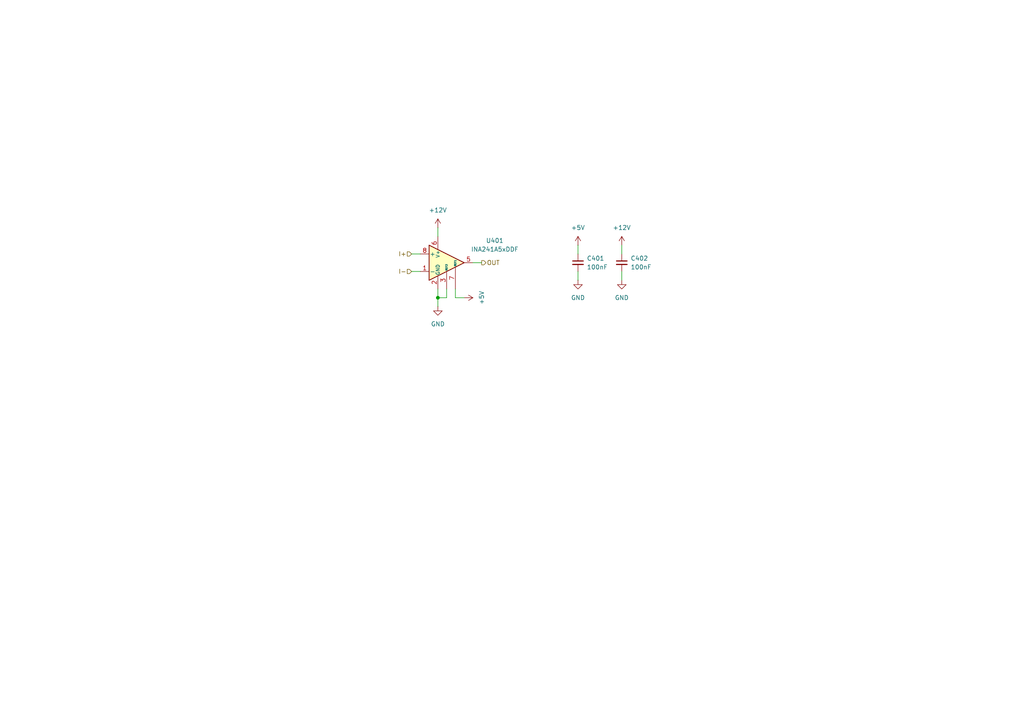
<source format=kicad_sch>
(kicad_sch (version 20250114) (generator "eeschema") (generator_version "9.0")
  (paper "A4")
  (title_block (title "${TITLE} - ${SUBTITLE}") (rev "${REV}") (company "github.com/${AUTHOR}"))
  (lib_symbols
    (symbol "Amplifier_Current:INA241A5xDDF" (pin_names (offset 0.127))
      (property "Reference" "U" (at 3.81 3.81 0))
      (property "Value" "INA241A5xDDF" (at 3.81 -2.54 0))
      (symbol "INA241A5xDDF_0_1"
        (polyline (pts (xy 5.08 0) (xy -5.08 5.08) (xy -5.08 -5.08) (xy 5.08 0)) (stroke (width 0.254)) (fill (type background)))
      )
      (symbol "INA241A5xDDF_1_1"
        (pin input line (at -7.62 2.54 0) (length 2.54) (name "+") (number "8"))
        (pin input line (at -7.62 -2.54 0) (length 2.54) (name "-") (number "1"))
        (pin power_in line (at -2.54 7.62 270) (length 3.81) (name "V+") (number "6"))
        (pin power_in line (at -2.54 -7.62 90) (length 3.81) (name "GND") (number "2"))
        (pin passive line (at -2.54 -7.62 90) (length 3.81) (hide yes) (name "GND") (number "4"))
        (pin passive line (at 0 -7.62 90) (length 5.08) (name "REF2") (number "3"))
        (pin passive line (at 2.54 -7.62 90) (length 6.35) (name "REF1") (number "7"))
        (pin output line (at 7.62 0 180) (length 2.54) (name "~") (number "5"))
      )
    )
    (symbol "Device:C_Small" (pin_numbers (hide yes)) (pin_names (offset 0.254) (hide yes))
      (property "Reference" "C" (at 0.254 1.778 0))
      (property "Value" "C_Small" (at 0.254 -2.032 0))
      (symbol "C_Small_0_1"
        (polyline (pts (xy -1.524 0.508) (xy 1.524 0.508)) (stroke (width 0.3048)))
        (polyline (pts (xy -1.524 -0.508) (xy 1.524 -0.508)) (stroke (width 0.3302)))
      )
      (symbol "C_Small_1_1"
        (pin passive line (at 0 2.54 270) (length 2.032) (name "~") (number "1"))
        (pin passive line (at 0 -2.54 90) (length 2.032) (name "~") (number "2"))
      )
    )
    (symbol "power:+5V" (power) (pin_numbers (hide yes)) (pin_names (offset 0) (hide yes))
      (property "Value" "+5V" (at 0 3.556 0))
      (symbol "+5V_0_1"
        (polyline (pts (xy -0.762 1.27) (xy 0 2.54)))
        (polyline (pts (xy 0 2.54) (xy 0.762 1.27)))
        (polyline (pts (xy 0 0) (xy 0 2.54)))
      )
      (symbol "+5V_1_1"
        (pin power_in line (at 0 0 90) (length 0) (name "~") (number "1"))
      )
    )
    (symbol "power:GND" (power) (pin_numbers (hide yes)) (pin_names (offset 0) (hide yes))
      (property "Value" "GND" (at 0 -3.81 0))
      (symbol "GND_0_1"
        (polyline (pts (xy 0 0) (xy 0 -1.27) (xy 1.27 -1.27) (xy 0 -2.54) (xy -1.27 -1.27) (xy 0 -1.27)))
      )
      (symbol "GND_1_1"
        (pin power_in line (at 0 0 270) (length 0) (name "~") (number "1"))
      )
    )
  )
  (junction (at 127 86.36))
  (wire (pts (xy 137.16 76.2) (xy 139.7 76.2)))
  (wire (pts (xy 167.64 71.12) (xy 167.64 73.66)))
  (wire (pts (xy 129.54 86.36) (xy 127 86.36)))
  (wire (pts (xy 129.54 83.82) (xy 129.54 86.36)))
  (wire (pts (xy 167.64 78.74) (xy 167.64 81.28)))
  (wire (pts (xy 180.34 78.74) (xy 180.34 81.28)))
  (wire (pts (xy 119.38 78.74) (xy 121.92 78.74)))
  (wire (pts (xy 119.38 73.66) (xy 121.92 73.66)))
  (wire (pts (xy 180.34 71.12) (xy 180.34 73.66)))
  (wire (pts (xy 127 86.36) (xy 127 88.9)))
  (wire (pts (xy 127 66.04) (xy 127 68.58)))
  (wire (pts (xy 132.08 83.82) (xy 132.08 86.36)))
  (wire (pts (xy 127 86.36) (xy 127 83.82)))
  (wire (pts (xy 134.62 86.36) (xy 132.08 86.36)))
  (hierarchical_label "OUT" (shape output) (at 139.7 76.2 0))
  (hierarchical_label "I-" (shape input) (at 119.38 78.74 180))
  (hierarchical_label "I+" (shape input) (at 119.38 73.66 180))
  (symbol (lib_id "power:GND") (at 127 88.9 0) (unit 1)
    (property "Reference" "#PWR0202" (effects (hide yes)))
    (property "Value" "GND" (at 127 93.98 0))
    (property "Description" "Power symbol creates a global label with name \"GND\" , ground" (effects (hide yes)))
    (instances (project "drvr" (path "" (reference "#PWR0402") (unit 1)) (path "" (reference "#PWR0302") (unit 1)) (path "" (reference "#PWR0202") (unit 1))))
  )
  (symbol (lib_id "power:+5V") (at 127 66.04 0) (mirror y) (unit 1)
    (property "Reference" "#PWR0201" (effects (hide yes)))
    (property "Value" "+12V" (at 127 60.96 0))
    (property "Description" "Power symbol creates a global label with name \"+5V\"" (effects (hide yes)))
    (instances (project "drvr" (path "" (reference "#PWR0401") (unit 1)) (path "" (reference "#PWR0301") (unit 1)) (path "" (reference "#PWR0201") (unit 1))))
  )
  (symbol (lib_id "power:GND") (at 167.64 81.28 0) (unit 1)
    (property "Reference" "#PWR0205" (effects (hide yes)))
    (property "Value" "GND" (at 167.64 86.36 0))
    (property "Description" "Power symbol creates a global label with name \"GND\" , ground" (effects (hide yes)))
    (instances (project "drvr" (path "" (reference "#PWR0405") (unit 1)) (path "" (reference "#PWR0305") (unit 1)) (path "" (reference "#PWR0205") (unit 1))))
  )
  (symbol (lib_id "Device:C_Small") (at 167.64 76.2 0) (unit 1)
    (property "Reference" "C201" (at 170.18 74.9362 0) (effects (justify left)))
    (property "Value" "100nF" (at 170.18 77.4762 0) (effects (justify left)))
    (property "Footprint" "Capacitor_SMD:C_0402_1005Metric" (effects (hide yes)))
    (property "Description" "Unpolarized capacitor, small symbol" (effects (hide yes)))
    (instances (project "drvr" (path "" (reference "C401") (unit 1)) (path "" (reference "C301") (unit 1)) (path "" (reference "C201") (unit 1))))
  )
  (symbol (lib_id "power:+5V") (at 134.62 86.36 270) (mirror x) (unit 1)
    (property "Reference" "#PWR0203" (effects (hide yes)))
    (property "Value" "+5V" (at 139.7 86.36 0))
    (property "Description" "Power symbol creates a global label with name \"+5V\"" (effects (hide yes)))
    (instances (project "drvr" (path "" (reference "#PWR0403") (unit 1)) (path "" (reference "#PWR0303") (unit 1)) (path "" (reference "#PWR0203") (unit 1))))
  )
  (symbol (lib_id "power:GND") (at 180.34 81.28 0) (unit 1)
    (property "Reference" "#PWR0207" (effects (hide yes)))
    (property "Value" "GND" (at 180.34 86.36 0))
    (property "Description" "Power symbol creates a global label with name \"GND\" , ground" (effects (hide yes)))
    (instances (project "drvr" (path "" (reference "#PWR0407") (unit 1)) (path "" (reference "#PWR0307") (unit 1)) (path "" (reference "#PWR0207") (unit 1))))
  )
  (symbol (lib_id "Device:C_Small") (at 180.34 76.2 0) (unit 1)
    (property "Reference" "C202" (at 182.88 74.9362 0) (effects (justify left)))
    (property "Value" "100nF" (at 182.88 77.4762 0) (effects (justify left)))
    (property "Footprint" "Capacitor_SMD:C_0402_1005Metric" (effects (hide yes)))
    (property "Description" "Unpolarized capacitor, small symbol" (effects (hide yes)))
    (instances (project "drvr" (path "" (reference "C402") (unit 1)) (path "" (reference "C302") (unit 1)) (path "" (reference "C202") (unit 1))))
  )
  (symbol (lib_id "power:+5V") (at 167.64 71.12 0) (mirror y) (unit 1)
    (property "Reference" "#PWR0204" (effects (hide yes)))
    (property "Value" "+5V" (at 167.64 66.04 0))
    (property "Description" "Power symbol creates a global label with name \"+5V\"" (effects (hide yes)))
    (instances (project "drvr" (path "" (reference "#PWR0404") (unit 1)) (path "" (reference "#PWR0304") (unit 1)) (path "" (reference "#PWR0204") (unit 1))))
  )
  (symbol (lib_id "Amplifier_Current:INA241A5xDDF") (at 129.54 76.2 0) (unit 1)
    (property "Reference" "U201" (at 143.51 69.7798 0))
    (property "Value" "INA241A5xDDF" (at 143.51 72.3198 0))
    (property "Footprint" "Package_TO_SOT_SMD:SOT-23-8" (effects (hide yes)))
    (property "Datasheet" "https://www.ti.com/lit/ds/symlink/ina241b.pdf" (effects (hide yes)))
    (property "Description" "High- and Low-Side, Bidirectional, Zero-Drift, Current-Sense Amplifier With Enhanced PWM Rejection, 200V/V, ±0.01% Gain Accuracy, ±10 μV Offset Voltage, SOT-23-8" (effects (hide yes)))
    (instances (project "drvr" (path "" (reference "U401") (unit 1)) (path "" (reference "U301") (unit 1)) (path "" (reference "U201") (unit 1))))
  )
  (symbol (lib_id "power:+5V") (at 180.34 71.12 0) (mirror y) (unit 1)
    (property "Reference" "#PWR0206" (effects (hide yes)))
    (property "Value" "+12V" (at 180.34 66.04 0))
    (property "Description" "Power symbol creates a global label with name \"+5V\"" (effects (hide yes)))
    (instances (project "drvr" (path "" (reference "#PWR0406") (unit 1)) (path "" (reference "#PWR0306") (unit 1)) (path "" (reference "#PWR0206") (unit 1))))
  )
)
</source>
